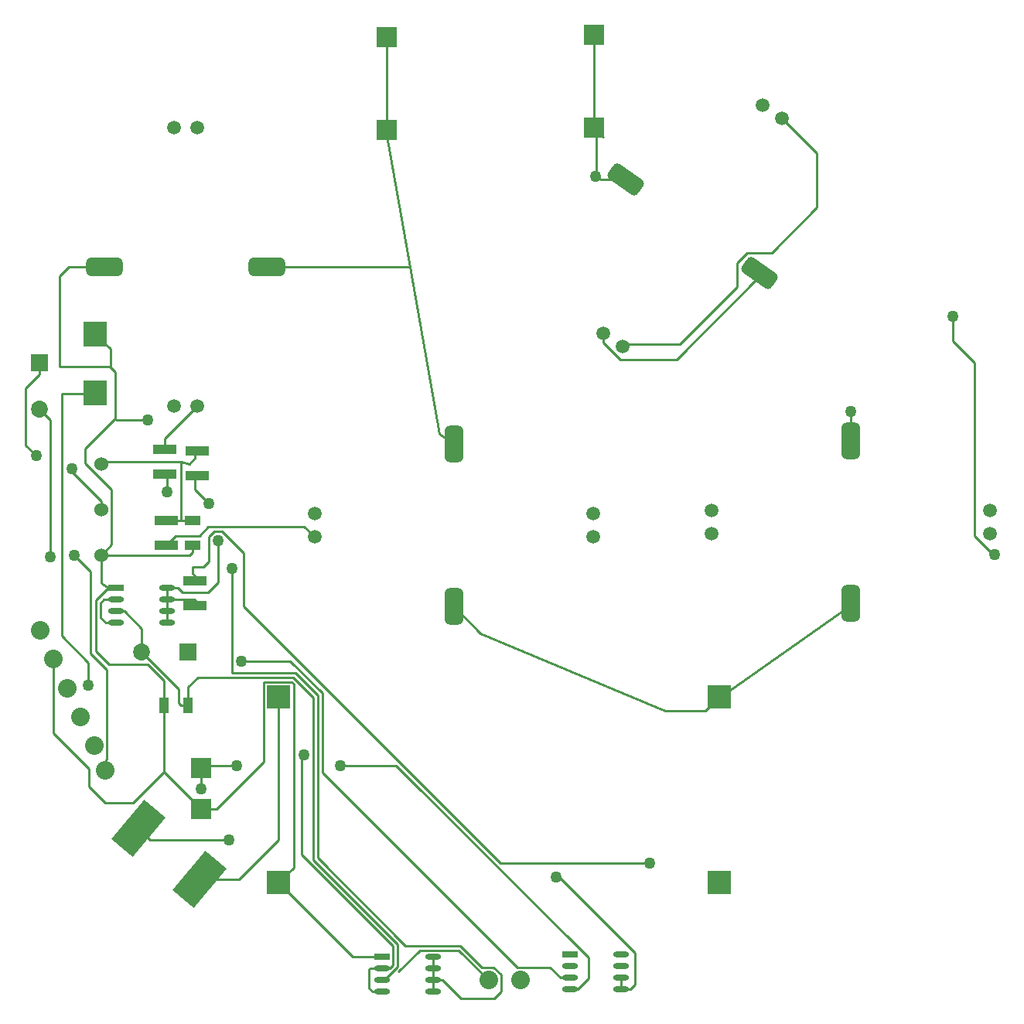
<source format=gtl>
G04 Layer_Physical_Order=1*
G04 Layer_Color=255*
%FSLAX23Y23*%
%MOIN*%
G70*
G01*
G75*
%ADD10R,0.102X0.043*%
%ADD11R,0.067X0.043*%
G04:AMPARAMS|DCode=12|XSize=157mil|YSize=79mil|CornerRadius=20mil|HoleSize=0mil|Usage=FLASHONLY|Rotation=270.000|XOffset=0mil|YOffset=0mil|HoleType=Round|Shape=RoundedRectangle|*
%AMROUNDEDRECTD12*
21,1,0.157,0.039,0,0,270.0*
21,1,0.118,0.079,0,0,270.0*
1,1,0.039,-0.020,-0.059*
1,1,0.039,-0.020,0.059*
1,1,0.039,0.020,0.059*
1,1,0.039,0.020,-0.059*
%
%ADD12ROUNDEDRECTD12*%
G04:AMPARAMS|DCode=13|XSize=157mil|YSize=79mil|CornerRadius=20mil|HoleSize=0mil|Usage=FLASHONLY|Rotation=145.000|XOffset=0mil|YOffset=0mil|HoleType=Round|Shape=RoundedRectangle|*
%AMROUNDEDRECTD13*
21,1,0.157,0.039,0,0,145.0*
21,1,0.118,0.079,0,0,145.0*
1,1,0.039,-0.037,0.050*
1,1,0.039,0.060,-0.018*
1,1,0.039,0.037,-0.050*
1,1,0.039,-0.060,0.018*
%
%ADD13ROUNDEDRECTD13*%
G04:AMPARAMS|DCode=14|XSize=220mil|YSize=120mil|CornerRadius=0mil|HoleSize=0mil|Usage=FLASHONLY|Rotation=230.000|XOffset=0mil|YOffset=0mil|HoleType=Round|Shape=Rectangle|*
%AMROTATEDRECTD14*
4,1,4,0.025,0.123,0.117,0.046,-0.025,-0.123,-0.117,-0.046,0.025,0.123,0.0*
%
%ADD14ROTATEDRECTD14*%

%ADD15R,0.100X0.109*%
%ADD16R,0.043X0.067*%
G04:AMPARAMS|DCode=17|XSize=157mil|YSize=79mil|CornerRadius=20mil|HoleSize=0mil|Usage=FLASHONLY|Rotation=0.000|XOffset=0mil|YOffset=0mil|HoleType=Round|Shape=RoundedRectangle|*
%AMROUNDEDRECTD17*
21,1,0.157,0.039,0,0,0.0*
21,1,0.118,0.079,0,0,0.0*
1,1,0.039,0.059,-0.020*
1,1,0.039,-0.059,-0.020*
1,1,0.039,-0.059,0.020*
1,1,0.039,0.059,0.020*
%
%ADD17ROUNDEDRECTD17*%
%ADD18O,0.069X0.026*%
%ADD19R,0.069X0.026*%
%ADD20R,0.091X0.091*%
%ADD21C,0.010*%
%ADD22C,0.059*%
%ADD23R,0.073X0.073*%
%ADD24C,0.073*%
%ADD25C,0.060*%
%ADD26R,0.090X0.090*%
%ADD27R,0.100X0.100*%
%ADD28C,0.080*%
%ADD29R,0.073X0.073*%
%ADD30C,0.050*%
D10*
X-7175Y-156D02*
D03*
Y-50D02*
D03*
X-7050Y-309D02*
D03*
Y-415D02*
D03*
X-7040Y145D02*
D03*
Y251D02*
D03*
X-7180Y256D02*
D03*
Y150D02*
D03*
D11*
X-7060Y-50D02*
D03*
Y-156D02*
D03*
D12*
X-5935Y280D02*
D03*
Y-420D02*
D03*
X-4225Y295D02*
D03*
Y-405D02*
D03*
D13*
X-4618Y1019D02*
D03*
X-5192Y1421D02*
D03*
D14*
X-7292Y-1375D02*
D03*
X-7030Y-1595D02*
D03*
D15*
X-7480Y755D02*
D03*
Y501D02*
D03*
D16*
X-7185Y-845D02*
D03*
X-7079D02*
D03*
D17*
X-7440Y1045D02*
D03*
X-6740D02*
D03*
D18*
X-6025Y-2080D02*
D03*
Y-2030D02*
D03*
Y-1980D02*
D03*
Y-1930D02*
D03*
X-6245Y-2080D02*
D03*
Y-2030D02*
D03*
Y-1980D02*
D03*
X-5215Y-2070D02*
D03*
Y-2020D02*
D03*
Y-1970D02*
D03*
Y-1920D02*
D03*
X-5435Y-2070D02*
D03*
Y-2020D02*
D03*
Y-1970D02*
D03*
X-7170Y-490D02*
D03*
Y-440D02*
D03*
Y-390D02*
D03*
Y-340D02*
D03*
X-7390Y-490D02*
D03*
Y-440D02*
D03*
Y-390D02*
D03*
D19*
X-6245Y-1930D02*
D03*
X-5435Y-1920D02*
D03*
X-7390Y-340D02*
D03*
D20*
X-7025Y-1115D02*
D03*
Y-1292D02*
D03*
D21*
X-4669Y1105D02*
X-4565D01*
X-4714Y956D02*
Y1060D01*
X-4960Y710D02*
X-4714Y956D01*
X-4565Y1105D02*
X-4370Y1300D01*
X-4714Y1060D02*
X-4669Y1105D01*
X-4370Y1300D02*
Y1533D01*
X-5198Y710D02*
X-4960D01*
X-4975Y645D02*
X-4620Y1000D01*
X-4520Y1683D02*
X-4370Y1533D01*
X-4620Y1000D02*
Y1010D01*
X-5216Y645D02*
X-4975D01*
X-5320Y1430D02*
Y1635D01*
X-3690Y-115D02*
X-3608Y-198D01*
X-5290Y719D02*
X-5216Y645D01*
X-5290Y719D02*
Y755D01*
X-7050Y220D02*
Y255D01*
X-7455Y205D02*
X-7110D01*
X-7055Y-390D02*
X-7045Y-400D01*
X-7170Y-390D02*
X-7055D01*
X-7060Y-279D02*
X-7045Y-294D01*
X-7060Y-279D02*
Y-250D01*
X-7105Y-360D02*
X-6995D01*
X-4793Y-813D02*
X-4790Y-811D01*
X-4227Y-417D01*
X-7050Y85D02*
Y145D01*
X-7180Y256D02*
Y305D01*
Y150D02*
X-7170Y140D01*
Y75D02*
Y140D01*
X-7110Y-49D02*
Y205D01*
Y-49D02*
X-7061D01*
X-7110Y205D02*
X-7075Y195D01*
X-7175Y-50D02*
X-7174Y-49D01*
X-7110D01*
X-7175Y-156D02*
X-7134Y-115D01*
X-7061Y-49D02*
X-7060Y-50D01*
X-7185Y-151D02*
X-7184Y-150D01*
X-7060Y-185D02*
Y-156D01*
X-7134Y-115D02*
X-7031D01*
X-6992Y-76D01*
X-6590Y-1490D02*
Y-1060D01*
X-6295Y-1980D02*
X-6245D01*
X-7625Y-546D02*
Y496D01*
X-7170Y-490D02*
Y-440D01*
Y-390D02*
Y-340D01*
X-7185Y-1132D02*
Y-845D01*
Y-739D01*
X-6025Y-1980D02*
Y-1930D01*
X-7635Y614D02*
Y1005D01*
Y614D02*
X-7419D01*
X-7415Y610D02*
X-7395Y590D01*
X-7419Y614D02*
X-7415Y610D01*
X-7015Y-250D02*
X-6991Y-226D01*
X-4225Y295D02*
Y420D01*
X-5301Y1420D02*
X-5190D01*
X-6967Y-96D02*
X-6934D01*
X-6840Y-190D01*
Y-420D02*
Y-190D01*
X-7780Y520D02*
X-7720Y580D01*
X-7780Y275D02*
Y520D01*
Y275D02*
X-7735Y230D01*
X-7625Y496D02*
X-7485D01*
X-7625Y-546D02*
X-7510Y-661D01*
X-7500Y-622D02*
Y-270D01*
X-7570Y-200D02*
X-7500Y-270D01*
X-7720Y430D02*
X-7675Y385D01*
Y-205D02*
Y385D01*
X-7430Y-1080D02*
Y-692D01*
X-7436Y-1086D02*
X-7430Y-1080D01*
X-7436Y-1127D02*
Y-1086D01*
X-7455Y-2D02*
Y35D01*
X-7580Y160D02*
X-7455Y35D01*
X-7580Y160D02*
Y175D01*
X-7720Y580D02*
Y630D01*
X-7525Y199D02*
Y260D01*
X-7395Y390D01*
X-7525Y199D02*
X-7410Y84D01*
X-7395Y390D02*
X-7390Y385D01*
X-7395Y390D02*
Y590D01*
X-7390Y385D02*
X-7255D01*
X-7485Y496D02*
X-7480Y501D01*
Y755D02*
X-7415Y690D01*
Y610D02*
Y690D01*
X-7635Y1005D02*
X-7595Y1045D01*
X-5520Y-1975D02*
X-5475Y-2020D01*
X-7510Y-760D02*
Y-661D01*
X-6245Y-2030D02*
X-6233D01*
X-6142Y-1881D02*
X-5906D01*
X-6520Y-1503D02*
X-6142Y-1881D01*
X-7595Y1045D02*
X-7440D01*
X-7180Y305D02*
X-7040Y445D01*
X-3608Y-198D02*
X-3605Y-195D01*
X-3690Y-115D02*
Y630D01*
X-6840Y-420D02*
X-6175Y-1085D01*
X-5733Y-1525D02*
X-5090D01*
X-6173Y-1085D02*
X-5733Y-1525D01*
X-6175Y-1085D02*
X-6173D01*
X-6639Y-655D02*
X-6500Y-794D01*
X-6850Y-655D02*
X-6639D01*
X-6890Y-705D02*
X-6617D01*
X-7038Y-725D02*
X-6626D01*
X-6520Y-1503D02*
Y-802D01*
X-6617Y-705D02*
X-6520Y-802D01*
X-6890Y-705D02*
Y-255D01*
X-7242Y-1425D02*
X-6905D01*
X-7292Y-1375D02*
X-7242Y-1425D01*
X-7318Y-1265D02*
X-7185Y-1132D01*
X-7436Y-1265D02*
X-7318D01*
X-6225Y1635D02*
Y2035D01*
X-5325Y1435D02*
X-5320Y1430D01*
Y1635D02*
X-5290Y1605D01*
X-5330Y1645D02*
X-5320Y1635D01*
X-5330Y1645D02*
Y2045D01*
X-5320Y1430D02*
X-5301Y1420D01*
X-3785Y725D02*
Y830D01*
Y725D02*
X-3690Y630D01*
X-4225Y-405D02*
X-4220Y-410D01*
X-6579Y-76D02*
X-6535Y-120D01*
X-6992Y-76D02*
X-6579D01*
X-7075Y195D02*
X-7050Y220D01*
X-6991Y-120D02*
X-6967Y-96D01*
X-6991Y-226D02*
Y-120D01*
X-6995Y-360D02*
X-6951Y-316D01*
Y-137D01*
X-6182Y-1105D02*
X-5355Y-1932D01*
Y-2024D02*
Y-1932D01*
X-5401Y-2070D02*
X-5355Y-2024D01*
X-6425Y-1105D02*
X-6182D01*
X-5153Y-2048D02*
Y-1912D01*
X-5175Y-2070D02*
X-5153Y-2048D01*
X-5480Y-1585D02*
X-5153Y-1912D01*
X-5495Y-1585D02*
X-5480D01*
X-5475Y-2020D02*
X-5435D01*
X-6500Y-1135D02*
Y-794D01*
X-6540Y-1512D02*
Y-811D01*
X-6500Y-1135D02*
X-5660Y-1975D01*
X-6540Y-1512D02*
X-6176Y-1876D01*
X-6625Y-1545D02*
Y-754D01*
X-6626Y-725D02*
X-6540Y-811D01*
X-6755Y-745D02*
X-6634D01*
X-6625Y-754D01*
X-5660Y-1975D02*
X-5520D01*
X-5812D02*
X-5762D01*
X-5906Y-1881D02*
X-5812Y-1975D01*
X-5730Y-2078D02*
Y-2007D01*
X-5762Y-1975D02*
X-5730Y-2007D01*
X-6081Y-1901D02*
X-5914D01*
X-6172Y-1992D02*
X-6081Y-1901D01*
X-6233Y-2030D02*
X-6176Y-1973D01*
Y-1876D01*
X-6370Y-1930D02*
X-6245D01*
X-6590Y-1060D02*
X-6580D01*
X-6590Y-1490D02*
X-6196Y-1884D01*
Y-1965D02*
Y-1884D01*
X-7079Y-845D02*
Y-766D01*
X-7038Y-725D01*
X-7500Y-622D02*
X-7430Y-692D01*
X-6690Y-1610D02*
X-6625Y-1545D01*
X-6755Y-1089D02*
Y-745D01*
X-6958Y-1292D02*
X-6755Y-1089D01*
X-7025Y-1292D02*
X-6958D01*
X-7074Y-199D02*
X-7060Y-185D01*
X-7455Y-199D02*
X-7074D01*
X-7423Y-340D02*
X-7390D01*
X-7455Y-320D02*
X-7423Y-340D01*
X-7455Y-320D02*
Y-199D01*
X-7025Y-1207D02*
Y-1115D01*
X-7050Y85D02*
X-6990Y25D01*
X-7060Y-250D02*
X-7015D01*
X-6025Y-2030D02*
X-5984D01*
X-5905Y-2109D01*
X-5761D01*
X-5730Y-2078D01*
X-5435Y-2070D02*
X-5401D01*
X-6245Y-1980D02*
X-6211D01*
X-6196Y-1965D01*
X-7506Y-1195D02*
X-7436Y-1265D01*
X-7506Y-1195D02*
Y-1119D01*
X-7660Y-965D02*
X-7506Y-1119D01*
X-7660Y-965D02*
Y-646D01*
X-5215Y-2070D02*
X-5175D01*
X-7015Y-1105D02*
X-6869D01*
X-7025Y-1115D02*
X-7015Y-1105D01*
X-7435Y-490D02*
X-7390D01*
X-7457Y-468D02*
X-7435Y-490D01*
X-7457Y-468D02*
Y-405D01*
X-7442Y-390D01*
X-7390D01*
X-7477Y-394D02*
X-7423Y-340D01*
X-7477Y-612D02*
Y-394D01*
Y-612D02*
X-7419Y-670D01*
X-7254D01*
X-7185Y-739D01*
X-7410Y-154D02*
Y84D01*
X-7455Y-199D02*
X-7410Y-154D01*
X-7390Y-440D02*
X-7355D01*
X-7280Y-515D01*
Y-615D02*
Y-515D01*
X-5914Y-1901D02*
X-5785Y-2030D01*
X-7109Y-845D02*
X-7079D01*
X-7119Y-835D02*
X-7109Y-845D01*
X-7119Y-835D02*
Y-776D01*
X-7280Y-615D02*
X-7119Y-776D01*
X-6690Y-1610D02*
X-6370Y-1930D01*
X-6690Y-1426D02*
Y-810D01*
X-6859Y-1595D02*
X-6690Y-1426D01*
X-7030Y-1595D02*
X-6859D01*
X-7185Y-1132D02*
X-7025Y-1292D01*
X-6299Y-1984D02*
X-6295Y-1980D01*
X-6299Y-2066D02*
Y-1984D01*
Y-2066D02*
X-6285Y-2080D01*
X-6245D01*
X-5215Y-2070D02*
Y-2020D01*
X-7125Y-340D02*
X-7105Y-360D01*
X-7170Y-340D02*
X-7125D01*
X-7170Y-440D02*
Y-390D01*
X-6025Y-2080D02*
Y-2030D01*
Y-1980D01*
X-6740Y1045D02*
X-6124D01*
X-6122D01*
X-6227Y1627D02*
X-6124Y1045D01*
X-4220Y-435D02*
Y-410D01*
X-5935Y-420D02*
X-5820Y-535D01*
X-4793Y-813D02*
X-4790Y-810D01*
X-5820Y-535D02*
X-5024Y-870D01*
X-4850D01*
X-4793Y-813D01*
X-5997Y323D02*
X-5935Y280D01*
X-6124Y1045D02*
X-5997Y323D01*
D22*
X-6535Y-120D02*
D03*
Y-20D02*
D03*
X-5335Y-120D02*
D03*
Y-20D02*
D03*
X-4825Y-105D02*
D03*
Y-5D02*
D03*
X-3625Y-105D02*
D03*
Y-5D02*
D03*
X-4602Y1740D02*
D03*
X-4520Y1683D02*
D03*
X-5290Y757D02*
D03*
X-5208Y700D02*
D03*
X-7040Y445D02*
D03*
X-7140D02*
D03*
X-7040Y1645D02*
D03*
X-7140D02*
D03*
D23*
X-7720Y630D02*
D03*
D24*
Y430D02*
D03*
X-7280Y-615D02*
D03*
D25*
X-7455Y195D02*
D03*
Y-2D02*
D03*
Y-199D02*
D03*
D26*
X-5330Y2045D02*
D03*
Y1645D02*
D03*
X-6225Y2035D02*
D03*
Y1635D02*
D03*
D27*
X-4790Y-810D02*
D03*
Y-1610D02*
D03*
X-6690D02*
D03*
Y-810D02*
D03*
D28*
X-7718Y-521D02*
D03*
X-7660Y-646D02*
D03*
X-7601Y-771D02*
D03*
X-7543Y-895D02*
D03*
X-7485Y-1020D02*
D03*
X-7436Y-1127D02*
D03*
X-5647Y-2030D02*
D03*
X-5785D02*
D03*
D29*
X-7080Y-615D02*
D03*
D30*
X-7675Y-205D02*
D03*
X-7570Y-200D02*
D03*
X-7580Y175D02*
D03*
X-7735Y230D02*
D03*
X-7255Y385D02*
D03*
X-7510Y-760D02*
D03*
X-3605Y-195D02*
D03*
X-6850Y-655D02*
D03*
X-6890Y-255D02*
D03*
X-4225Y420D02*
D03*
X-6905Y-1425D02*
D03*
X-5325Y1435D02*
D03*
X-3785Y830D02*
D03*
X-5090Y-1525D02*
D03*
X-5495Y-1585D02*
D03*
X-6425Y-1105D02*
D03*
X-6580Y-1060D02*
D03*
X-7025Y-1207D02*
D03*
X-6990Y25D02*
D03*
X-7170Y75D02*
D03*
X-6869Y-1105D02*
D03*
X-6951Y-137D02*
D03*
M02*

</source>
